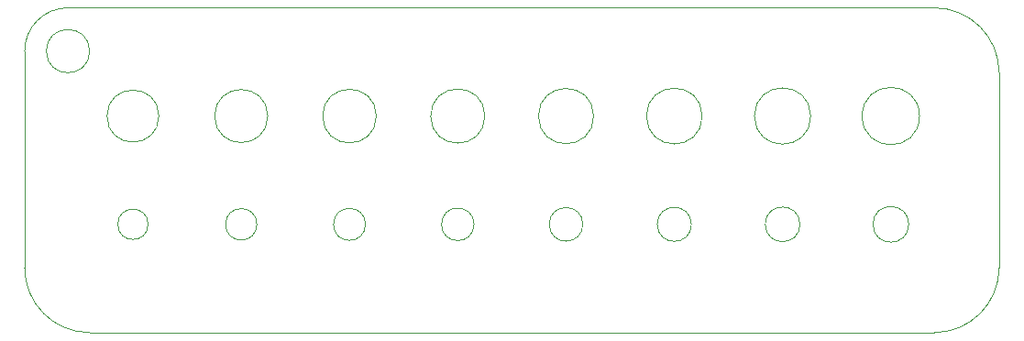
<source format=gm1>
G04 #@! TF.GenerationSoftware,KiCad,Pcbnew,5.1.9+dfsg1-1+deb11u1*
G04 #@! TF.CreationDate,2023-07-17T20:14:54+09:00*
G04 #@! TF.ProjectId,hole-size-test,686f6c65-2d73-4697-9a65-2d746573742e,rev?*
G04 #@! TF.SameCoordinates,Original*
G04 #@! TF.FileFunction,Profile,NP*
%FSLAX46Y46*%
G04 Gerber Fmt 4.6, Leading zero omitted, Abs format (unit mm)*
G04 Created by KiCad (PCBNEW 5.1.9+dfsg1-1+deb11u1) date 2023-07-17 20:14:54*
%MOMM*%
%LPD*%
G01*
G04 APERTURE LIST*
G04 #@! TA.AperFunction,Profile*
%ADD10C,0.050000*%
G04 #@! TD*
G04 APERTURE END LIST*
D10*
X141600000Y-90000000D02*
G75*
G03*
X141600000Y-90000000I-1600000J0D01*
G01*
X131575000Y-90000000D02*
G75*
G03*
X131575000Y-90000000I-1575000J0D01*
G01*
X76000000Y-100000000D02*
G75*
G02*
X70000000Y-94000000I0J6000000D01*
G01*
X142600000Y-80000000D02*
G75*
G03*
X142600000Y-80000000I-2600000J0D01*
G01*
X70000000Y-76000000D02*
X70000000Y-94000000D01*
X132575000Y-80000000D02*
G75*
G03*
X132575000Y-80000000I-2575000J0D01*
G01*
X122550000Y-80000000D02*
G75*
G03*
X122550000Y-80000000I-2550000J0D01*
G01*
X121550000Y-90000000D02*
G75*
G03*
X121550000Y-90000000I-1550000J0D01*
G01*
X111500000Y-90000000D02*
G75*
G03*
X111500000Y-90000000I-1500000J0D01*
G01*
X151650000Y-90000000D02*
G75*
G03*
X151650000Y-90000000I-1650000J0D01*
G01*
X92450000Y-80000000D02*
G75*
G03*
X92450000Y-80000000I-2450000J0D01*
G01*
X82400000Y-80000000D02*
G75*
G03*
X82400000Y-80000000I-2400000J0D01*
G01*
X154000000Y-70000000D02*
X76000000Y-70000000D01*
X160000000Y-76000000D02*
X160000000Y-94000000D01*
X152650000Y-80000000D02*
G75*
G03*
X152650000Y-80000000I-2650000J0D01*
G01*
X81400000Y-90000000D02*
G75*
G03*
X81400000Y-90000000I-1400000J0D01*
G01*
X91450000Y-90000000D02*
G75*
G03*
X91450000Y-90000000I-1450000J0D01*
G01*
X101475000Y-90000000D02*
G75*
G03*
X101475000Y-90000000I-1475000J0D01*
G01*
X154000000Y-70000000D02*
G75*
G02*
X160000000Y-76000000I0J-6000000D01*
G01*
X160000000Y-94000000D02*
G75*
G02*
X154000000Y-100000000I-6000000J0D01*
G01*
X76000000Y-74000000D02*
G75*
G03*
X76000000Y-74000000I-2000000J0D01*
G01*
X74000000Y-70000000D02*
X76000000Y-70000000D01*
X76000000Y-100000000D02*
X154000000Y-100000000D01*
X70000000Y-74000000D02*
G75*
G02*
X74000000Y-70000000I4000000J0D01*
G01*
X112500000Y-80000000D02*
G75*
G03*
X112500000Y-80000000I-2500000J0D01*
G01*
X102475000Y-80000000D02*
G75*
G03*
X102475000Y-80000000I-2475000J0D01*
G01*
X70000000Y-74000000D02*
X70000000Y-76000000D01*
M02*

</source>
